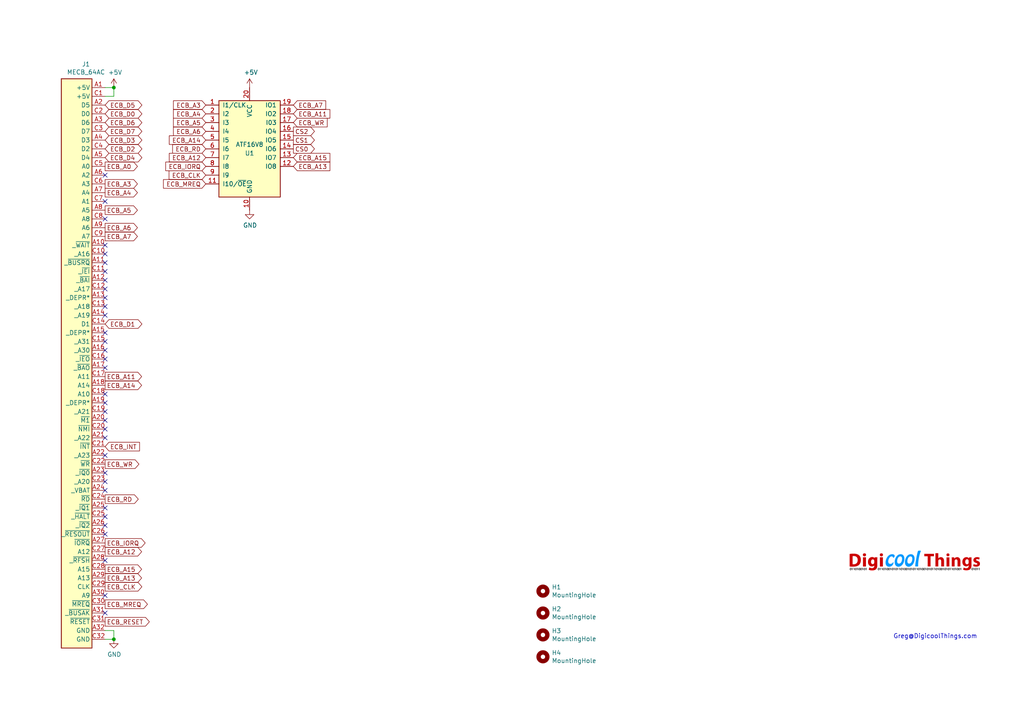
<source format=kicad_sch>
(kicad_sch (version 20211123) (generator eeschema)
  (paper "A4")
  (title_block (title "Minimalist Europe Card Bus (MECB) Board Template") (date "2022-02") (rev "1.0") (company "DigicoolThings.com") (comment 1 "For Minimalist Europe Card Bus (MECB). ") (comment 2 "U1 PLD positioning provides for ZIF socket, otherwise change footprint to standard DIP 20.") (comment 3 "Includes a standardised 3 chip-select output PLD Address Decoder. ") (comment 4 "Schematic & standardised PCB outline Templates for creating MECB boards."))
  (lib_symbols
    (symbol "Logic_Programmable:GAL16V8" (pin_names (offset 1.016))
      (property "Reference" "U" (at -8.89 16.51 0))
      (property "Value" "GAL16V8" (at 1.27 16.51 0))
      (symbol "GAL16V8_0_0"
        (pin power_in line (at 0 -17.78 90) (length 3.81) (name "GND") (number "10"))
        (pin power_in line (at 0 17.78 270) (length 3.81) (name "VCC") (number "20"))
      )
      (symbol "GAL16V8_0_1"
        (rectangle (start -8.89 13.97) (end 8.89 -13.97) (stroke (width 0.254)) (fill (type background)))
      )
      (symbol "GAL16V8_1_1"
        (pin input line (at -12.7 12.7 0) (length 3.81) (name "I1/CLK") (number "1"))
        (pin input line (at -12.7 -10.16 0) (length 3.81) (name "I10/~{OE}") (number "11"))
        (pin tri_state line (at 12.7 -5.08 180) (length 3.81) (name "IO8") (number "12"))
        (pin tri_state line (at 12.7 -2.54 180) (length 3.81) (name "IO7") (number "13"))
        (pin tri_state line (at 12.7 0 180) (length 3.81) (name "IO6") (number "14"))
        (pin tri_state line (at 12.7 2.54 180) (length 3.81) (name "IO5") (number "15"))
        (pin tri_state line (at 12.7 5.08 180) (length 3.81) (name "IO4") (number "16"))
        (pin tri_state line (at 12.7 7.62 180) (length 3.81) (name "I03") (number "17"))
        (pin tri_state line (at 12.7 10.16 180) (length 3.81) (name "IO2") (number "18"))
        (pin tri_state line (at 12.7 12.7 180) (length 3.81) (name "IO1") (number "19"))
        (pin input line (at -12.7 10.16 0) (length 3.81) (name "I2") (number "2"))
        (pin input line (at -12.7 7.62 0) (length 3.81) (name "I3") (number "3"))
        (pin input line (at -12.7 5.08 0) (length 3.81) (name "I4") (number "4"))
        (pin input line (at -12.7 2.54 0) (length 3.81) (name "I5") (number "5"))
        (pin input line (at -12.7 0 0) (length 3.81) (name "I6") (number "6"))
        (pin input line (at -12.7 -2.54 0) (length 3.81) (name "I7") (number "7"))
        (pin input line (at -12.7 -5.08 0) (length 3.81) (name "I8") (number "8"))
        (pin input line (at -12.7 -7.62 0) (length 3.81) (name "I9") (number "9"))
      )
    )
    (symbol "MECB:MECB_64AC"
      (property "Reference" "J" (at 0 85.09 0))
      (property "Value" "MECB_64AC" (at 6.35 1.27 90))
      (symbol "MECB_64AC_0_1"
        (rectangle (start -3.81 -81.28) (end 5.08 83.82) (stroke (width 0.254)) (fill (type background)))
      )
      (symbol "MECB_64AC_1_1"
        (pin power_out line (at -7.62 81.28 0) (length 3.81) (name "+5V") (number "A1"))
        (pin passive line (at -7.62 35.56 0) (length 3.81) (name "_~{WAIT}") (number "A10"))
        (pin passive line (at -7.62 30.48 0) (length 3.81) (name "_~{BUSRQ}") (number "A11"))
        (pin passive line (at -7.62 25.4 0) (length 3.81) (name "_~{BAI}") (number "A12"))
        (pin passive line (at -7.62 20.32 0) (length 3.81) (name "_DEPR*") (number "A13"))
        (pin passive line (at -7.62 15.24 0) (length 3.81) (name "_A19") (number "A14"))
        (pin passive line (at -7.62 10.16 0) (length 3.81) (name "_DEPR*") (number "A15"))
        (pin passive line (at -7.62 5.08 0) (length 3.81) (name "_A30") (number "A16"))
        (pin passive line (at -7.62 0 0) (length 3.81) (name "_~{BAO}") (number "A17"))
        (pin passive line (at -7.62 -5.08 0) (length 3.81) (name "A14") (number "A18"))
        (pin passive line (at -7.62 -10.16 0) (length 3.81) (name "_DEPR*") (number "A19"))
        (pin bidirectional line (at -7.62 76.2 0) (length 3.81) (name "D5") (number "A2"))
        (pin passive line (at -7.62 -15.24 0) (length 3.81) (name "~{M1}") (number "A20"))
        (pin passive line (at -7.62 -20.32 0) (length 3.81) (name "_A22") (number "A21"))
        (pin passive line (at -7.62 -25.4 0) (length 3.81) (name "_A23") (number "A22"))
        (pin passive line (at -7.62 -30.48 0) (length 3.81) (name "_~{IQ0}") (number "A23"))
        (pin passive line (at -7.62 -35.56 0) (length 3.81) (name "_VBAT") (number "A24"))
        (pin passive line (at -7.62 -40.64 0) (length 3.81) (name "_~{IQ1}") (number "A25"))
        (pin passive line (at -7.62 -45.72 0) (length 3.81) (name "_~{IQ2}") (number "A26"))
        (pin passive line (at -7.62 -50.8 0) (length 3.81) (name "~{IORQ}") (number "A27"))
        (pin passive line (at -7.62 -55.88 0) (length 3.81) (name "_~{RFSH}") (number "A28"))
        (pin passive line (at -7.62 -60.96 0) (length 3.81) (name "A13") (number "A29"))
        (pin bidirectional line (at -7.62 71.12 0) (length 3.81) (name "D6") (number "A3"))
        (pin passive line (at -7.62 -66.04 0) (length 3.81) (name "A9") (number "A30"))
        (pin passive line (at -7.62 -71.12 0) (length 3.81) (name "_~{BUSAK}") (number "A31"))
        (pin power_out line (at -7.62 -76.2 0) (length 3.81) (name "GND") (number "A32"))
        (pin bidirectional line (at -7.62 66.04 0) (length 3.81) (name "D3") (number "A4"))
        (pin bidirectional line (at -7.62 60.96 0) (length 3.81) (name "D4") (number "A5"))
        (pin passive line (at -7.62 55.88 0) (length 3.81) (name "A2") (number "A6"))
        (pin passive line (at -7.62 50.8 0) (length 3.81) (name "A4") (number "A7"))
        (pin passive line (at -7.62 45.72 0) (length 3.81) (name "A5") (number "A8"))
        (pin passive line (at -7.62 40.64 0) (length 3.81) (name "A6") (number "A9"))
        (pin power_out line (at -7.62 78.74 0) (length 3.81) (name "+5V") (number "C1"))
        (pin passive line (at -7.62 33.02 0) (length 3.81) (name "_A16") (number "C10"))
        (pin passive line (at -7.62 27.94 0) (length 3.81) (name "_~{IEI}") (number "C11"))
        (pin passive line (at -7.62 22.86 0) (length 3.81) (name "_A17") (number "C12"))
        (pin passive line (at -7.62 17.78 0) (length 3.81) (name "_A18") (number "C13"))
        (pin bidirectional line (at -7.62 12.7 0) (length 3.81) (name "D1") (number "C14"))
        (pin passive line (at -7.62 7.62 0) (length 3.81) (name "_A31") (number "C15"))
        (pin passive line (at -7.62 2.54 0) (length 3.81) (name "_~{IEO}") (number "C16"))
        (pin passive line (at -7.62 -2.54 0) (length 3.81) (name "A11") (number "C17"))
        (pin passive line (at -7.62 -7.62 0) (length 3.81) (name "A10") (number "C18"))
        (pin passive line (at -7.62 -12.7 0) (length 3.81) (name "_A21") (number "C19"))
        (pin bidirectional line (at -7.62 73.66 0) (length 3.81) (name "D0") (number "C2"))
        (pin passive line (at -7.62 -17.78 0) (length 3.81) (name "~{NMI}") (number "C20"))
        (pin passive line (at -7.62 -22.86 0) (length 3.81) (name "~{INT}") (number "C21"))
        (pin passive line (at -7.62 -27.94 0) (length 3.81) (name "~{WR}") (number "C22"))
        (pin passive line (at -7.62 -33.02 0) (length 3.81) (name "_A20") (number "C23"))
        (pin passive line (at -7.62 -38.1 0) (length 3.81) (name "~{RD}") (number "C24"))
        (pin passive line (at -7.62 -43.18 0) (length 3.81) (name "_~{HALT}") (number "C25"))
        (pin passive line (at -7.62 -48.26 0) (length 3.81) (name "_~{RESOUT}") (number "C26"))
        (pin passive line (at -7.62 -53.34 0) (length 3.81) (name "A12") (number "C27"))
        (pin passive line (at -7.62 -58.42 0) (length 3.81) (name "A15") (number "C28"))
        (pin passive line (at -7.62 -63.5 0) (length 3.81) (name "CLK") (number "C29"))
        (pin bidirectional line (at -7.62 68.58 0) (length 3.81) (name "D7") (number "C3"))
        (pin passive line (at -7.62 -68.58 0) (length 3.81) (name "~{MREQ}") (number "C30"))
        (pin passive line (at -7.62 -73.66 0) (length 3.81) (name "~{RESET}") (number "C31"))
        (pin power_out line (at -7.62 -78.74 0) (length 3.81) (name "GND") (number "C32"))
        (pin bidirectional line (at -7.62 63.5 0) (length 3.81) (name "D2") (number "C4"))
        (pin passive line (at -7.62 58.42 0) (length 3.81) (name "A0") (number "C5"))
        (pin passive line (at -7.62 53.34 0) (length 3.81) (name "A3") (number "C6"))
        (pin passive line (at -7.62 48.26 0) (length 3.81) (name "A1") (number "C7"))
        (pin passive line (at -7.62 43.18 0) (length 3.81) (name "A8") (number "C8"))
        (pin passive line (at -7.62 38.1 0) (length 3.81) (name "A7") (number "C9"))
      )
    )
    (symbol "Mechanical:MountingHole" (pin_names (offset 1.016))
      (property "Reference" "H" (at 0 5.08 0))
      (property "Value" "MountingHole" (at 0 3.175 0))
      (symbol "MountingHole_0_1"
        (circle (center 0 0) (radius 1.27) (stroke (width 1.27)))
      )
    )
    (symbol "power:+5V" (power) (pin_names (offset 0))
      (property "Value" "+5V" (at 0 3.556 0))
      (symbol "+5V_0_1"
        (polyline (pts (xy -0.762 1.27) (xy 0 2.54)))
        (polyline (pts (xy 0 0) (xy 0 2.54)))
        (polyline (pts (xy 0 2.54) (xy 0.762 1.27)))
      )
      (symbol "+5V_1_1"
        (pin power_in line (at 0 0 90) (length 0) hide (name "+5V") (number "1"))
      )
    )
    (symbol "power:GND" (power) (pin_names (offset 0))
      (property "Value" "GND" (at 0 -3.81 0))
      (symbol "GND_0_1"
        (polyline (pts (xy 0 0) (xy 0 -1.27) (xy 1.27 -1.27) (xy 0 -2.54) (xy -1.27 -1.27) (xy 0 -1.27)))
      )
      (symbol "GND_1_1"
        (pin power_in line (at 0 0 270) (length 0) hide (name "GND") (number "1"))
      )
    )
  )
  (junction (at 33.02 25.4))
  (junction (at 33.02 185.42))
  (no_connect (at 30.48 116.84))
  (no_connect (at 30.48 154.94))
  (no_connect (at 30.48 106.68))
  (no_connect (at 30.48 58.42))
  (no_connect (at 30.48 124.46))
  (no_connect (at 30.48 119.38))
  (no_connect (at 30.48 86.36))
  (no_connect (at 30.48 177.8))
  (no_connect (at 30.48 88.9))
  (no_connect (at 30.48 99.06))
  (no_connect (at 30.48 96.52))
  (no_connect (at 30.48 152.4))
  (no_connect (at 30.48 142.24))
  (no_connect (at 30.48 83.82))
  (no_connect (at 30.48 81.28))
  (no_connect (at 30.48 139.7))
  (no_connect (at 30.48 91.44))
  (no_connect (at 30.48 101.6))
  (no_connect (at 30.48 63.5))
  (no_connect (at 30.48 78.74))
  (no_connect (at 30.48 162.56))
  (no_connect (at 30.48 50.8))
  (no_connect (at 30.48 127))
  (no_connect (at 30.48 137.16))
  (no_connect (at 30.48 76.2))
  (no_connect (at 30.48 147.32))
  (no_connect (at 30.48 172.72))
  (no_connect (at 30.48 73.66))
  (no_connect (at 30.48 132.08))
  (no_connect (at 30.48 149.86))
  (no_connect (at 30.48 104.14))
  (no_connect (at 30.48 71.12))
  (no_connect (at 30.48 121.92))
  (no_connect (at 30.48 114.3))
  (wire (pts (xy 33.02 27.94) (xy 30.48 27.94)))
  (wire (pts (xy 33.02 182.88) (xy 33.02 185.42)))
  (wire (pts (xy 33.02 25.4) (xy 33.02 27.94)))
  (wire (pts (xy 30.48 185.42) (xy 33.02 185.42)))
  (wire (pts (xy 30.48 182.88) (xy 33.02 182.88)))
  (wire (pts (xy 30.48 25.4) (xy 33.02 25.4)))
  (image (at 265.43 162.56))
  (text "Greg@DigicoolThings.com" (at 259.08 185.42 0) (effects (font (size 1.27 1.27)) (justify left bottom)))
  (global_label "ECB_A4" (shape output) (at 30.48 55.88 0) (property "Intersheet References" "${INTERSHEET_REFS}" (effects hide)))
  (global_label "ECB_A15" (shape input) (at 85.09 45.72 0) (property "Intersheet References" "${INTERSHEET_REFS}" (effects hide)))
  (global_label "ECB_INT" (shape input) (at 30.48 129.54 0) (property "Intersheet References" "${INTERSHEET_REFS}" (effects hide)))
  (global_label "ECB_A11" (shape input) (at 85.09 33.02 0) (property "Intersheet References" "${INTERSHEET_REFS}" (effects hide)))
  (global_label "ECB_D6" (shape bidirectional) (at 30.48 35.56 0) (property "Intersheet References" "${INTERSHEET_REFS}" (effects hide)))
  (global_label "ECB_A14" (shape output) (at 30.48 111.76 0) (property "Intersheet References" "${INTERSHEET_REFS}" (effects hide)))
  (global_label "CS0" (shape output) (at 85.09 43.18 0) (property "Intersheet References" "${INTERSHEET_REFS}" (effects hide)))
  (global_label "ECB_D1" (shape bidirectional) (at 30.48 93.98 0) (property "Intersheet References" "${INTERSHEET_REFS}" (effects hide)))
  (global_label "ECB_A7" (shape input) (at 85.09 30.48 0) (property "Intersheet References" "${INTERSHEET_REFS}" (effects hide)))
  (global_label "ECB_A7" (shape output) (at 30.48 68.58 0) (property "Intersheet References" "${INTERSHEET_REFS}" (effects hide)))
  (global_label "ECB_RD" (shape input) (at 59.69 43.18 180) (property "Intersheet References" "${INTERSHEET_REFS}" (effects hide)))
  (global_label "ECB_D5" (shape bidirectional) (at 30.48 30.48 0) (property "Intersheet References" "${INTERSHEET_REFS}" (effects hide)))
  (global_label "ECB_A12" (shape input) (at 59.69 45.72 180) (property "Intersheet References" "${INTERSHEET_REFS}" (effects hide)))
  (global_label "ECB_A3" (shape input) (at 59.69 30.48 180) (property "Intersheet References" "${INTERSHEET_REFS}" (effects hide)))
  (global_label "ECB_WR" (shape input) (at 85.09 35.56 0) (property "Intersheet References" "${INTERSHEET_REFS}" (effects hide)))
  (global_label "ECB_A3" (shape output) (at 30.48 53.34 0) (property "Intersheet References" "${INTERSHEET_REFS}" (effects hide)))
  (global_label "ECB_D2" (shape bidirectional) (at 30.48 43.18 0) (property "Intersheet References" "${INTERSHEET_REFS}" (effects hide)))
  (global_label "CS2" (shape output) (at 85.09 38.1 0) (property "Intersheet References" "${INTERSHEET_REFS}" (effects hide)))
  (global_label "ECB_IORQ" (shape output) (at 30.48 157.48 0) (property "Intersheet References" "${INTERSHEET_REFS}" (effects hide)))
  (global_label "ECB_CLK" (shape input) (at 59.69 50.8 180) (property "Intersheet References" "${INTERSHEET_REFS}" (effects hide)))
  (global_label "ECB_D4" (shape bidirectional) (at 30.48 45.72 0) (property "Intersheet References" "${INTERSHEET_REFS}" (effects hide)))
  (global_label "ECB_D3" (shape bidirectional) (at 30.48 40.64 0) (property "Intersheet References" "${INTERSHEET_REFS}" (effects hide)))
  (global_label "ECB_A5" (shape input) (at 59.69 35.56 180) (property "Intersheet References" "${INTERSHEET_REFS}" (effects hide)))
  (global_label "ECB_A6" (shape input) (at 59.69 38.1 180) (property "Intersheet References" "${INTERSHEET_REFS}" (effects hide)))
  (global_label "ECB_MREQ" (shape output) (at 30.48 175.26 0) (property "Intersheet References" "${INTERSHEET_REFS}" (effects hide)))
  (global_label "ECB_A14" (shape input) (at 59.69 40.64 180) (property "Intersheet References" "${INTERSHEET_REFS}" (effects hide)))
  (global_label "ECB_A11" (shape output) (at 30.48 109.22 0) (property "Intersheet References" "${INTERSHEET_REFS}" (effects hide)))
  (global_label "ECB_D0" (shape bidirectional) (at 30.48 33.02 0) (property "Intersheet References" "${INTERSHEET_REFS}" (effects hide)))
  (global_label "ECB_WR" (shape output) (at 30.48 134.62 0) (property "Intersheet References" "${INTERSHEET_REFS}" (effects hide)))
  (global_label "ECB_A0" (shape output) (at 30.48 48.26 0) (property "Intersheet References" "${INTERSHEET_REFS}" (effects hide)))
  (global_label "ECB_D7" (shape bidirectional) (at 30.48 38.1 0) (property "Intersheet References" "${INTERSHEET_REFS}" (effects hide)))
  (global_label "CS1" (shape output) (at 85.09 40.64 0) (property "Intersheet References" "${INTERSHEET_REFS}" (effects hide)))
  (global_label "ECB_CLK" (shape output) (at 30.48 170.18 0) (property "Intersheet References" "${INTERSHEET_REFS}" (effects hide)))
  (global_label "ECB_A4" (shape input) (at 59.69 33.02 180) (property "Intersheet References" "${INTERSHEET_REFS}" (effects hide)))
  (global_label "ECB_MREQ" (shape input) (at 59.69 53.34 180) (property "Intersheet References" "${INTERSHEET_REFS}" (effects hide)))
  (global_label "ECB_A5" (shape output) (at 30.48 60.96 0) (property "Intersheet References" "${INTERSHEET_REFS}" (effects hide)))
  (global_label "ECB_A12" (shape output) (at 30.48 160.02 0) (property "Intersheet References" "${INTERSHEET_REFS}" (effects hide)))
  (global_label "ECB_IORQ" (shape input) (at 59.69 48.26 180) (property "Intersheet References" "${INTERSHEET_REFS}" (effects hide)))
  (global_label "ECB_A13" (shape output) (at 30.48 167.64 0) (property "Intersheet References" "${INTERSHEET_REFS}" (effects hide)))
  (global_label "ECB_A13" (shape input) (at 85.09 48.26 0) (property "Intersheet References" "${INTERSHEET_REFS}" (effects hide)))
  (global_label "ECB_RD" (shape output) (at 30.48 144.78 0) (property "Intersheet References" "${INTERSHEET_REFS}" (effects hide)))
  (global_label "ECB_A6" (shape output) (at 30.48 66.04 0) (property "Intersheet References" "${INTERSHEET_REFS}" (effects hide)))
  (global_label "ECB_A15" (shape output) (at 30.48 165.1 0) (property "Intersheet References" "${INTERSHEET_REFS}" (effects hide)))
  (global_label "ECB_RESET" (shape output) (at 30.48 180.34 0) (property "Intersheet References" "${INTERSHEET_REFS}" (effects hide)))
  (symbol (lib_id "MECB:MECB_64AC") (at 22.86 106.68 0) (mirror y) (unit 1)
    (property "Reference" "J1" (at 24.9428 18.6182 0))
    (property "Value" "MECB_64AC" (at 24.9428 20.9296 0))
    (property "Footprint" "MECB:DIN41612_C_2x32_C64AC_Male_Horizontal_THT" (effects hide))
    (property "Datasheet" " ~" (effects hide))
  )
  (symbol (lib_id "Logic_Programmable:GAL16V8") (at 72.39 43.18 0) (unit 1)
    (property "Reference" "U1" (at 72.39 44.45 0))
    (property "Value" "ATF16V8" (at 72.39 41.91 0))
    (property "Footprint" "Socket:DIP_Socket-20_W4.3_W5.08_W7.62_W10.16_W10.9_3M_220-3342-00-0602J" (effects hide))
  )
  (symbol (lib_id "power:+5V") (at 72.39 25.4 0) (unit 1)
    (property "Reference" "#PWR05" (effects hide))
    (property "Value" "+5V" (at 72.771 21.0058 0))
  )
  (symbol (lib_id "power:GND") (at 72.39 60.96 0) (unit 1)
    (property "Reference" "#PWR06" (effects hide))
    (property "Value" "GND" (at 72.517 65.3542 0))
  )
  (symbol (lib_id "power:+5V") (at 33.02 25.4 0) (unit 1)
    (property "Reference" "#PWR01" (effects hide))
    (property "Value" "+5V" (at 33.401 21.0058 0))
  )
  (symbol (lib_id "power:GND") (at 33.02 185.42 0) (unit 1)
    (property "Reference" "#PWR02" (effects hide))
    (property "Value" "GND" (at 33.147 189.8142 0))
  )
  (symbol (lib_id "Mechanical:MountingHole") (at 157.48 184.15 0) (unit 1)
    (property "Reference" "H3" (at 160.02 182.9816 0) (effects (justify left)))
    (property "Value" "MountingHole" (at 160.02 185.293 0) (effects (justify left)))
    (property "Footprint" "MountingHole:MountingHole_3.2mm_M3" (effects hide))
  )
  (symbol (lib_id "Mechanical:MountingHole") (at 157.48 190.5 0) (unit 1)
    (property "Reference" "H4" (at 160.02 189.3316 0) (effects (justify left)))
    (property "Value" "MountingHole" (at 160.02 191.643 0) (effects (justify left)))
    (property "Footprint" "MountingHole:MountingHole_3.2mm_M3" (effects hide))
  )
  (symbol (lib_id "Mechanical:MountingHole") (at 157.48 171.45 0) (unit 1)
    (property "Reference" "H1" (at 160.02 170.2816 0) (effects (justify left)))
    (property "Value" "MountingHole" (at 160.02 172.593 0) (effects (justify left)))
    (property "Footprint" "MountingHole:MountingHole_3.2mm_M3" (effects hide))
  )
  (symbol (lib_id "Mechanical:MountingHole") (at 157.48 177.8 0) (unit 1)
    (property "Reference" "H2" (at 160.02 176.6316 0) (effects (justify left)))
    (property "Value" "MountingHole" (at 160.02 178.943 0) (effects (justify left)))
    (property "Footprint" "MountingHole:MountingHole_3.2mm_M3" (effects hide))
  )
)
</source>
